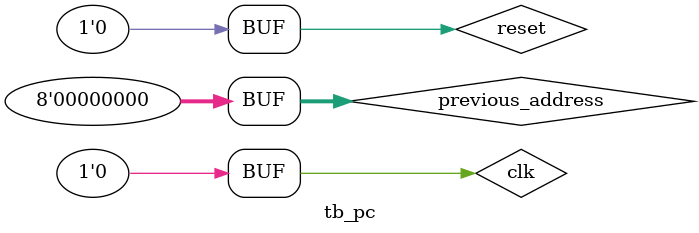
<source format=v>
`timescale 1ns / 1ps


module tb_pc;

	// Inputs
	reg [7:0] previous_address;
	reg clk;
	reg reset;

	// Outputs
	wire [7:0] instruction_address;

	// Instantiate the Unit Under Test (UUT)
	program_counter uut (
		.previous_address(previous_address), 
		.clk(clk), 
		.reset(reset), 
		.instruction_address(instruction_address)
	);

	initial begin
		// Initialize Inputs
		previous_address = 0;
		reset = 1;

		// Wait 100 ns for global reset to finish
		#10;
		reset = 0;
        
		// Add stimulus here

	end
	
	initial begin
	clk = 0;
	repeat(20)
	#5
	clk = ~clk;
	end
      
endmodule


</source>
